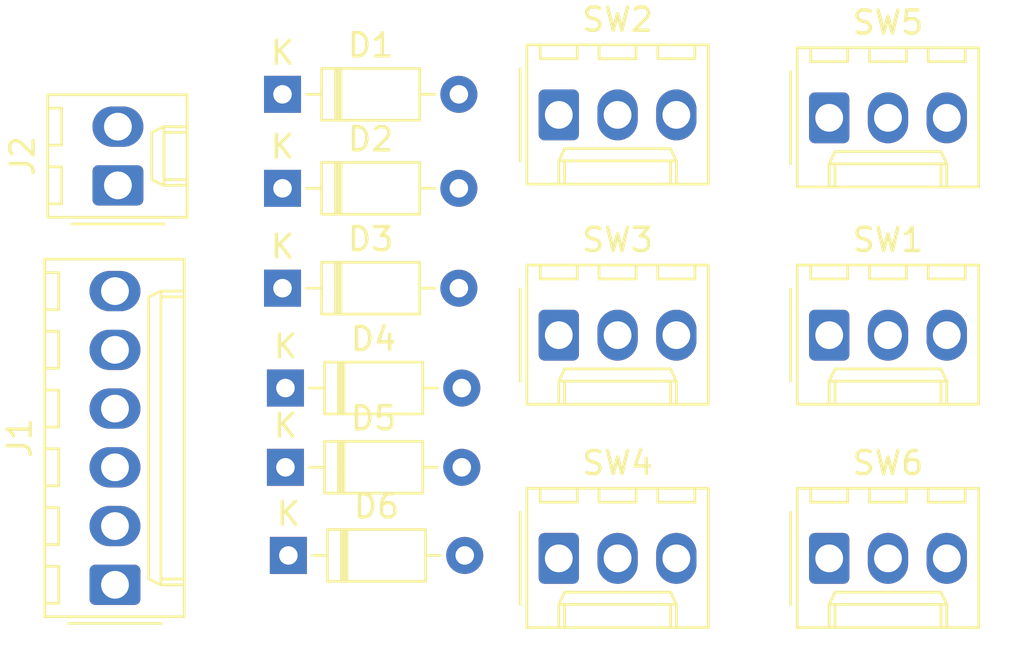
<source format=kicad_pcb>
(kicad_pcb (version 20171130) (host pcbnew "(5.1.5-0-10_14)")

  (general
    (thickness 1.6)
    (drawings 0)
    (tracks 0)
    (zones 0)
    (modules 14)
    (nets 15)
  )

  (page A4)
  (layers
    (0 F.Cu signal)
    (31 B.Cu signal)
    (32 B.Adhes user)
    (33 F.Adhes user)
    (34 B.Paste user)
    (35 F.Paste user)
    (36 B.SilkS user)
    (37 F.SilkS user)
    (38 B.Mask user)
    (39 F.Mask user)
    (40 Dwgs.User user)
    (41 Cmts.User user)
    (42 Eco1.User user)
    (43 Eco2.User user)
    (44 Edge.Cuts user)
    (45 Margin user)
    (46 B.CrtYd user)
    (47 F.CrtYd user)
    (48 B.Fab user)
    (49 F.Fab user)
  )

  (setup
    (last_trace_width 0.25)
    (trace_clearance 0.2)
    (zone_clearance 0.508)
    (zone_45_only no)
    (trace_min 0.2)
    (via_size 0.8)
    (via_drill 0.4)
    (via_min_size 0.4)
    (via_min_drill 0.3)
    (uvia_size 0.3)
    (uvia_drill 0.1)
    (uvias_allowed no)
    (uvia_min_size 0.2)
    (uvia_min_drill 0.1)
    (edge_width 0.05)
    (segment_width 0.2)
    (pcb_text_width 0.3)
    (pcb_text_size 1.5 1.5)
    (mod_edge_width 0.12)
    (mod_text_size 1 1)
    (mod_text_width 0.15)
    (pad_size 1.524 1.524)
    (pad_drill 0.762)
    (pad_to_mask_clearance 0.051)
    (solder_mask_min_width 0.25)
    (aux_axis_origin 0 0)
    (visible_elements FFFFFF7F)
    (pcbplotparams
      (layerselection 0x010fc_ffffffff)
      (usegerberextensions false)
      (usegerberattributes false)
      (usegerberadvancedattributes false)
      (creategerberjobfile false)
      (excludeedgelayer true)
      (linewidth 0.100000)
      (plotframeref false)
      (viasonmask false)
      (mode 1)
      (useauxorigin false)
      (hpglpennumber 1)
      (hpglpenspeed 20)
      (hpglpendiameter 15.000000)
      (psnegative false)
      (psa4output false)
      (plotreference true)
      (plotvalue true)
      (plotinvisibletext false)
      (padsonsilk false)
      (subtractmaskfromsilk false)
      (outputformat 1)
      (mirror false)
      (drillshape 1)
      (scaleselection 1)
      (outputdirectory ""))
  )

  (net 0 "")
  (net 1 "Net-(D1-Pad2)")
  (net 2 "Net-(D1-Pad1)")
  (net 3 "Net-(D2-Pad2)")
  (net 4 "Net-(D2-Pad1)")
  (net 5 "Net-(D3-Pad2)")
  (net 6 "Net-(D3-Pad1)")
  (net 7 "Net-(D4-Pad2)")
  (net 8 "Net-(D4-Pad1)")
  (net 9 "Net-(D5-Pad2)")
  (net 10 "Net-(D5-Pad1)")
  (net 11 "Net-(J2-Pad2)")
  (net 12 "Net-(J2-Pad1)")
  (net 13 "Net-(D6-Pad2)")
  (net 14 "Net-(D6-Pad1)")

  (net_class Default "This is the default net class."
    (clearance 0.2)
    (trace_width 0.25)
    (via_dia 0.8)
    (via_drill 0.4)
    (uvia_dia 0.3)
    (uvia_drill 0.1)
    (add_net "Net-(D1-Pad1)")
    (add_net "Net-(D1-Pad2)")
    (add_net "Net-(D2-Pad1)")
    (add_net "Net-(D2-Pad2)")
    (add_net "Net-(D3-Pad1)")
    (add_net "Net-(D3-Pad2)")
    (add_net "Net-(D4-Pad1)")
    (add_net "Net-(D4-Pad2)")
    (add_net "Net-(D5-Pad1)")
    (add_net "Net-(D5-Pad2)")
    (add_net "Net-(D6-Pad1)")
    (add_net "Net-(D6-Pad2)")
    (add_net "Net-(J2-Pad1)")
    (add_net "Net-(J2-Pad2)")
  )

  (module PT_Library_v001:Molex_1x03_P2.54mm_Vertical (layer F.Cu) (tedit 5B78013E) (tstamp 5FC40DFA)
    (at 191.262 92.075)
    (descr "Molex KK-254 Interconnect System, old/engineering part number: AE-6410-03A example for new part number: 22-27-2031, 3 Pins (http://www.molex.com/pdm_docs/sd/022272021_sd.pdf), generated with kicad-footprint-generator")
    (tags "connector Molex KK-254 side entry")
    (path /5FC45498)
    (fp_text reference SW6 (at 2.54 -4.12) (layer F.SilkS)
      (effects (font (size 1 1) (thickness 0.15)))
    )
    (fp_text value FIRE_TEST_SW (at 2.54 4.08) (layer F.Fab)
      (effects (font (size 1 1) (thickness 0.15)))
    )
    (fp_text user %R (at 2.54 -2.22) (layer F.Fab)
      (effects (font (size 1 1) (thickness 0.15)))
    )
    (fp_line (start 6.85 -3.42) (end -1.77 -3.42) (layer F.CrtYd) (width 0.05))
    (fp_line (start 6.85 3.38) (end 6.85 -3.42) (layer F.CrtYd) (width 0.05))
    (fp_line (start -1.77 3.38) (end 6.85 3.38) (layer F.CrtYd) (width 0.05))
    (fp_line (start -1.77 -3.42) (end -1.77 3.38) (layer F.CrtYd) (width 0.05))
    (fp_line (start 5.88 -2.43) (end 5.88 -3.03) (layer F.SilkS) (width 0.12))
    (fp_line (start 4.28 -2.43) (end 5.88 -2.43) (layer F.SilkS) (width 0.12))
    (fp_line (start 4.28 -3.03) (end 4.28 -2.43) (layer F.SilkS) (width 0.12))
    (fp_line (start 3.34 -2.43) (end 3.34 -3.03) (layer F.SilkS) (width 0.12))
    (fp_line (start 1.74 -2.43) (end 3.34 -2.43) (layer F.SilkS) (width 0.12))
    (fp_line (start 1.74 -3.03) (end 1.74 -2.43) (layer F.SilkS) (width 0.12))
    (fp_line (start 0.8 -2.43) (end 0.8 -3.03) (layer F.SilkS) (width 0.12))
    (fp_line (start -0.8 -2.43) (end 0.8 -2.43) (layer F.SilkS) (width 0.12))
    (fp_line (start -0.8 -3.03) (end -0.8 -2.43) (layer F.SilkS) (width 0.12))
    (fp_line (start 4.83 2.99) (end 4.83 1.99) (layer F.SilkS) (width 0.12))
    (fp_line (start 0.25 2.99) (end 0.25 1.99) (layer F.SilkS) (width 0.12))
    (fp_line (start 4.83 1.46) (end 5.08 1.99) (layer F.SilkS) (width 0.12))
    (fp_line (start 0.25 1.46) (end 4.83 1.46) (layer F.SilkS) (width 0.12))
    (fp_line (start 0 1.99) (end 0.25 1.46) (layer F.SilkS) (width 0.12))
    (fp_line (start 5.08 1.99) (end 5.08 2.99) (layer F.SilkS) (width 0.12))
    (fp_line (start 0 1.99) (end 5.08 1.99) (layer F.SilkS) (width 0.12))
    (fp_line (start 0 2.99) (end 0 1.99) (layer F.SilkS) (width 0.12))
    (fp_line (start -0.562893 0) (end -1.27 0.5) (layer F.Fab) (width 0.1))
    (fp_line (start -1.27 -0.5) (end -0.562893 0) (layer F.Fab) (width 0.1))
    (fp_line (start -1.67 -2) (end -1.67 2) (layer F.SilkS) (width 0.12))
    (fp_line (start 6.46 -3.03) (end -1.38 -3.03) (layer F.SilkS) (width 0.12))
    (fp_line (start 6.46 2.99) (end 6.46 -3.03) (layer F.SilkS) (width 0.12))
    (fp_line (start -1.38 2.99) (end 6.46 2.99) (layer F.SilkS) (width 0.12))
    (fp_line (start -1.38 -3.03) (end -1.38 2.99) (layer F.SilkS) (width 0.12))
    (fp_line (start 6.35 -2.92) (end -1.27 -2.92) (layer F.Fab) (width 0.1))
    (fp_line (start 6.35 2.88) (end 6.35 -2.92) (layer F.Fab) (width 0.1))
    (fp_line (start -1.27 2.88) (end 6.35 2.88) (layer F.Fab) (width 0.1))
    (fp_line (start -1.27 -2.92) (end -1.27 2.88) (layer F.Fab) (width 0.1))
    (pad 3 thru_hole oval (at 5.08 0) (size 1.74 2.2) (drill 1.2) (layers *.Cu *.Mask)
      (net 11 "Net-(J2-Pad2)"))
    (pad 2 thru_hole oval (at 2.54 0) (size 1.74 2.2) (drill 1.2) (layers *.Cu *.Mask)
      (net 14 "Net-(D6-Pad1)"))
    (pad 1 thru_hole roundrect (at 0 0) (size 1.74 2.2) (drill 1.2) (layers *.Cu *.Mask) (roundrect_rratio 0.143678)
      (net 12 "Net-(J2-Pad1)"))
    (model ${KISYS3DMOD}/Connector_Molex.3dshapes/Molex_KK-254_AE-6410-03A_1x03_P2.54mm_Vertical.wrl
      (at (xyz 0 0 0))
      (scale (xyz 1 1 1))
      (rotate (xyz 0 0 0))
    )
  )

  (module PT_Library_v001:D_Signal_P7.62mm_Horizontal (layer F.Cu) (tedit 5AE50CD5) (tstamp 5FC40BA0)
    (at 167.894 91.948)
    (descr "Diode, DO-35_SOD27 series, Axial, Horizontal, pin pitch=7.62mm, , length*diameter=4*2mm^2, , http://www.diodes.com/_files/packages/DO-35.pdf")
    (tags "Diode DO-35_SOD27 series Axial Horizontal pin pitch 7.62mm  length 4mm diameter 2mm")
    (path /5FC41734)
    (fp_text reference D6 (at 3.81 -2.12) (layer F.SilkS)
      (effects (font (size 1 1) (thickness 0.15)))
    )
    (fp_text value D (at 3.81 2.12) (layer F.Fab)
      (effects (font (size 1 1) (thickness 0.15)))
    )
    (fp_text user K (at 0 -1.8) (layer F.SilkS)
      (effects (font (size 1 1) (thickness 0.15)))
    )
    (fp_text user K (at 0 -1.8) (layer F.Fab)
      (effects (font (size 1 1) (thickness 0.15)))
    )
    (fp_text user %R (at 4.11 0) (layer F.Fab)
      (effects (font (size 0.8 0.8) (thickness 0.12)))
    )
    (fp_line (start 8.67 -1.25) (end -1.05 -1.25) (layer F.CrtYd) (width 0.05))
    (fp_line (start 8.67 1.25) (end 8.67 -1.25) (layer F.CrtYd) (width 0.05))
    (fp_line (start -1.05 1.25) (end 8.67 1.25) (layer F.CrtYd) (width 0.05))
    (fp_line (start -1.05 -1.25) (end -1.05 1.25) (layer F.CrtYd) (width 0.05))
    (fp_line (start 2.29 -1.12) (end 2.29 1.12) (layer F.SilkS) (width 0.12))
    (fp_line (start 2.53 -1.12) (end 2.53 1.12) (layer F.SilkS) (width 0.12))
    (fp_line (start 2.41 -1.12) (end 2.41 1.12) (layer F.SilkS) (width 0.12))
    (fp_line (start 6.58 0) (end 5.93 0) (layer F.SilkS) (width 0.12))
    (fp_line (start 1.04 0) (end 1.69 0) (layer F.SilkS) (width 0.12))
    (fp_line (start 5.93 -1.12) (end 1.69 -1.12) (layer F.SilkS) (width 0.12))
    (fp_line (start 5.93 1.12) (end 5.93 -1.12) (layer F.SilkS) (width 0.12))
    (fp_line (start 1.69 1.12) (end 5.93 1.12) (layer F.SilkS) (width 0.12))
    (fp_line (start 1.69 -1.12) (end 1.69 1.12) (layer F.SilkS) (width 0.12))
    (fp_line (start 2.31 -1) (end 2.31 1) (layer F.Fab) (width 0.1))
    (fp_line (start 2.51 -1) (end 2.51 1) (layer F.Fab) (width 0.1))
    (fp_line (start 2.41 -1) (end 2.41 1) (layer F.Fab) (width 0.1))
    (fp_line (start 7.62 0) (end 5.81 0) (layer F.Fab) (width 0.1))
    (fp_line (start 0 0) (end 1.81 0) (layer F.Fab) (width 0.1))
    (fp_line (start 5.81 -1) (end 1.81 -1) (layer F.Fab) (width 0.1))
    (fp_line (start 5.81 1) (end 5.81 -1) (layer F.Fab) (width 0.1))
    (fp_line (start 1.81 1) (end 5.81 1) (layer F.Fab) (width 0.1))
    (fp_line (start 1.81 -1) (end 1.81 1) (layer F.Fab) (width 0.1))
    (pad 2 thru_hole oval (at 7.62 0) (size 1.6 1.6) (drill 0.8) (layers *.Cu *.Mask)
      (net 13 "Net-(D6-Pad2)"))
    (pad 1 thru_hole rect (at 0 0) (size 1.6 1.6) (drill 0.8) (layers *.Cu *.Mask)
      (net 14 "Net-(D6-Pad1)"))
    (model ${KISYS3DMOD}/Diode_THT.3dshapes/D_DO-35_SOD27_P7.62mm_Horizontal.wrl
      (at (xyz 0 0 0))
      (scale (xyz 1 1 1))
      (rotate (xyz 0 0 0))
    )
  )

  (module PT_Library_v001:Molex_1x03_P2.54mm_Vertical (layer F.Cu) (tedit 5B78013E) (tstamp 5FC240CD)
    (at 191.262 73.025)
    (descr "Molex KK-254 Interconnect System, old/engineering part number: AE-6410-03A example for new part number: 22-27-2031, 3 Pins (http://www.molex.com/pdm_docs/sd/022272021_sd.pdf), generated with kicad-footprint-generator")
    (tags "connector Molex KK-254 side entry")
    (path /5FC2026F)
    (fp_text reference SW5 (at 2.54 -4.12) (layer F.SilkS)
      (effects (font (size 1 1) (thickness 0.15)))
    )
    (fp_text value GND_PWR_4_SW (at 2.54 4.08) (layer F.Fab)
      (effects (font (size 1 1) (thickness 0.15)))
    )
    (fp_text user %R (at 2.54 -2.22) (layer F.Fab)
      (effects (font (size 1 1) (thickness 0.15)))
    )
    (fp_line (start 6.85 -3.42) (end -1.77 -3.42) (layer F.CrtYd) (width 0.05))
    (fp_line (start 6.85 3.38) (end 6.85 -3.42) (layer F.CrtYd) (width 0.05))
    (fp_line (start -1.77 3.38) (end 6.85 3.38) (layer F.CrtYd) (width 0.05))
    (fp_line (start -1.77 -3.42) (end -1.77 3.38) (layer F.CrtYd) (width 0.05))
    (fp_line (start 5.88 -2.43) (end 5.88 -3.03) (layer F.SilkS) (width 0.12))
    (fp_line (start 4.28 -2.43) (end 5.88 -2.43) (layer F.SilkS) (width 0.12))
    (fp_line (start 4.28 -3.03) (end 4.28 -2.43) (layer F.SilkS) (width 0.12))
    (fp_line (start 3.34 -2.43) (end 3.34 -3.03) (layer F.SilkS) (width 0.12))
    (fp_line (start 1.74 -2.43) (end 3.34 -2.43) (layer F.SilkS) (width 0.12))
    (fp_line (start 1.74 -3.03) (end 1.74 -2.43) (layer F.SilkS) (width 0.12))
    (fp_line (start 0.8 -2.43) (end 0.8 -3.03) (layer F.SilkS) (width 0.12))
    (fp_line (start -0.8 -2.43) (end 0.8 -2.43) (layer F.SilkS) (width 0.12))
    (fp_line (start -0.8 -3.03) (end -0.8 -2.43) (layer F.SilkS) (width 0.12))
    (fp_line (start 4.83 2.99) (end 4.83 1.99) (layer F.SilkS) (width 0.12))
    (fp_line (start 0.25 2.99) (end 0.25 1.99) (layer F.SilkS) (width 0.12))
    (fp_line (start 4.83 1.46) (end 5.08 1.99) (layer F.SilkS) (width 0.12))
    (fp_line (start 0.25 1.46) (end 4.83 1.46) (layer F.SilkS) (width 0.12))
    (fp_line (start 0 1.99) (end 0.25 1.46) (layer F.SilkS) (width 0.12))
    (fp_line (start 5.08 1.99) (end 5.08 2.99) (layer F.SilkS) (width 0.12))
    (fp_line (start 0 1.99) (end 5.08 1.99) (layer F.SilkS) (width 0.12))
    (fp_line (start 0 2.99) (end 0 1.99) (layer F.SilkS) (width 0.12))
    (fp_line (start -0.562893 0) (end -1.27 0.5) (layer F.Fab) (width 0.1))
    (fp_line (start -1.27 -0.5) (end -0.562893 0) (layer F.Fab) (width 0.1))
    (fp_line (start -1.67 -2) (end -1.67 2) (layer F.SilkS) (width 0.12))
    (fp_line (start 6.46 -3.03) (end -1.38 -3.03) (layer F.SilkS) (width 0.12))
    (fp_line (start 6.46 2.99) (end 6.46 -3.03) (layer F.SilkS) (width 0.12))
    (fp_line (start -1.38 2.99) (end 6.46 2.99) (layer F.SilkS) (width 0.12))
    (fp_line (start -1.38 -3.03) (end -1.38 2.99) (layer F.SilkS) (width 0.12))
    (fp_line (start 6.35 -2.92) (end -1.27 -2.92) (layer F.Fab) (width 0.1))
    (fp_line (start 6.35 2.88) (end 6.35 -2.92) (layer F.Fab) (width 0.1))
    (fp_line (start -1.27 2.88) (end 6.35 2.88) (layer F.Fab) (width 0.1))
    (fp_line (start -1.27 -2.92) (end -1.27 2.88) (layer F.Fab) (width 0.1))
    (pad 3 thru_hole oval (at 5.08 0) (size 1.74 2.2) (drill 1.2) (layers *.Cu *.Mask)
      (net 11 "Net-(J2-Pad2)"))
    (pad 2 thru_hole oval (at 2.54 0) (size 1.74 2.2) (drill 1.2) (layers *.Cu *.Mask)
      (net 10 "Net-(D5-Pad1)"))
    (pad 1 thru_hole roundrect (at 0 0) (size 1.74 2.2) (drill 1.2) (layers *.Cu *.Mask) (roundrect_rratio 0.143678)
      (net 12 "Net-(J2-Pad1)"))
    (model ${KISYS3DMOD}/Connector_Molex.3dshapes/Molex_KK-254_AE-6410-03A_1x03_P2.54mm_Vertical.wrl
      (at (xyz 0 0 0))
      (scale (xyz 1 1 1))
      (rotate (xyz 0 0 0))
    )
  )

  (module PT_Library_v001:Molex_1x03_P2.54mm_Vertical (layer F.Cu) (tedit 5B78013E) (tstamp 5FC240A5)
    (at 179.578 92.075)
    (descr "Molex KK-254 Interconnect System, old/engineering part number: AE-6410-03A example for new part number: 22-27-2031, 3 Pins (http://www.molex.com/pdm_docs/sd/022272021_sd.pdf), generated with kicad-footprint-generator")
    (tags "connector Molex KK-254 side entry")
    (path /5FC1FDBB)
    (fp_text reference SW4 (at 2.54 -4.12) (layer F.SilkS)
      (effects (font (size 1 1) (thickness 0.15)))
    )
    (fp_text value GND_PWR_3_SW (at 2.54 4.08) (layer F.Fab)
      (effects (font (size 1 1) (thickness 0.15)))
    )
    (fp_text user %R (at 2.54 -2.22) (layer F.Fab)
      (effects (font (size 1 1) (thickness 0.15)))
    )
    (fp_line (start 6.85 -3.42) (end -1.77 -3.42) (layer F.CrtYd) (width 0.05))
    (fp_line (start 6.85 3.38) (end 6.85 -3.42) (layer F.CrtYd) (width 0.05))
    (fp_line (start -1.77 3.38) (end 6.85 3.38) (layer F.CrtYd) (width 0.05))
    (fp_line (start -1.77 -3.42) (end -1.77 3.38) (layer F.CrtYd) (width 0.05))
    (fp_line (start 5.88 -2.43) (end 5.88 -3.03) (layer F.SilkS) (width 0.12))
    (fp_line (start 4.28 -2.43) (end 5.88 -2.43) (layer F.SilkS) (width 0.12))
    (fp_line (start 4.28 -3.03) (end 4.28 -2.43) (layer F.SilkS) (width 0.12))
    (fp_line (start 3.34 -2.43) (end 3.34 -3.03) (layer F.SilkS) (width 0.12))
    (fp_line (start 1.74 -2.43) (end 3.34 -2.43) (layer F.SilkS) (width 0.12))
    (fp_line (start 1.74 -3.03) (end 1.74 -2.43) (layer F.SilkS) (width 0.12))
    (fp_line (start 0.8 -2.43) (end 0.8 -3.03) (layer F.SilkS) (width 0.12))
    (fp_line (start -0.8 -2.43) (end 0.8 -2.43) (layer F.SilkS) (width 0.12))
    (fp_line (start -0.8 -3.03) (end -0.8 -2.43) (layer F.SilkS) (width 0.12))
    (fp_line (start 4.83 2.99) (end 4.83 1.99) (layer F.SilkS) (width 0.12))
    (fp_line (start 0.25 2.99) (end 0.25 1.99) (layer F.SilkS) (width 0.12))
    (fp_line (start 4.83 1.46) (end 5.08 1.99) (layer F.SilkS) (width 0.12))
    (fp_line (start 0.25 1.46) (end 4.83 1.46) (layer F.SilkS) (width 0.12))
    (fp_line (start 0 1.99) (end 0.25 1.46) (layer F.SilkS) (width 0.12))
    (fp_line (start 5.08 1.99) (end 5.08 2.99) (layer F.SilkS) (width 0.12))
    (fp_line (start 0 1.99) (end 5.08 1.99) (layer F.SilkS) (width 0.12))
    (fp_line (start 0 2.99) (end 0 1.99) (layer F.SilkS) (width 0.12))
    (fp_line (start -0.562893 0) (end -1.27 0.5) (layer F.Fab) (width 0.1))
    (fp_line (start -1.27 -0.5) (end -0.562893 0) (layer F.Fab) (width 0.1))
    (fp_line (start -1.67 -2) (end -1.67 2) (layer F.SilkS) (width 0.12))
    (fp_line (start 6.46 -3.03) (end -1.38 -3.03) (layer F.SilkS) (width 0.12))
    (fp_line (start 6.46 2.99) (end 6.46 -3.03) (layer F.SilkS) (width 0.12))
    (fp_line (start -1.38 2.99) (end 6.46 2.99) (layer F.SilkS) (width 0.12))
    (fp_line (start -1.38 -3.03) (end -1.38 2.99) (layer F.SilkS) (width 0.12))
    (fp_line (start 6.35 -2.92) (end -1.27 -2.92) (layer F.Fab) (width 0.1))
    (fp_line (start 6.35 2.88) (end 6.35 -2.92) (layer F.Fab) (width 0.1))
    (fp_line (start -1.27 2.88) (end 6.35 2.88) (layer F.Fab) (width 0.1))
    (fp_line (start -1.27 -2.92) (end -1.27 2.88) (layer F.Fab) (width 0.1))
    (pad 3 thru_hole oval (at 5.08 0) (size 1.74 2.2) (drill 1.2) (layers *.Cu *.Mask)
      (net 11 "Net-(J2-Pad2)"))
    (pad 2 thru_hole oval (at 2.54 0) (size 1.74 2.2) (drill 1.2) (layers *.Cu *.Mask)
      (net 8 "Net-(D4-Pad1)"))
    (pad 1 thru_hole roundrect (at 0 0) (size 1.74 2.2) (drill 1.2) (layers *.Cu *.Mask) (roundrect_rratio 0.143678)
      (net 12 "Net-(J2-Pad1)"))
    (model ${KISYS3DMOD}/Connector_Molex.3dshapes/Molex_KK-254_AE-6410-03A_1x03_P2.54mm_Vertical.wrl
      (at (xyz 0 0 0))
      (scale (xyz 1 1 1))
      (rotate (xyz 0 0 0))
    )
  )

  (module PT_Library_v001:Molex_1x03_P2.54mm_Vertical (layer F.Cu) (tedit 5B78013E) (tstamp 5FC2407D)
    (at 179.578 82.423)
    (descr "Molex KK-254 Interconnect System, old/engineering part number: AE-6410-03A example for new part number: 22-27-2031, 3 Pins (http://www.molex.com/pdm_docs/sd/022272021_sd.pdf), generated with kicad-footprint-generator")
    (tags "connector Molex KK-254 side entry")
    (path /5FC1F8C5)
    (fp_text reference SW3 (at 2.54 -4.12) (layer F.SilkS)
      (effects (font (size 1 1) (thickness 0.15)))
    )
    (fp_text value GND_PWR_2_SW (at 2.54 4.08) (layer F.Fab)
      (effects (font (size 1 1) (thickness 0.15)))
    )
    (fp_text user %R (at 2.54 -2.22) (layer F.Fab)
      (effects (font (size 1 1) (thickness 0.15)))
    )
    (fp_line (start 6.85 -3.42) (end -1.77 -3.42) (layer F.CrtYd) (width 0.05))
    (fp_line (start 6.85 3.38) (end 6.85 -3.42) (layer F.CrtYd) (width 0.05))
    (fp_line (start -1.77 3.38) (end 6.85 3.38) (layer F.CrtYd) (width 0.05))
    (fp_line (start -1.77 -3.42) (end -1.77 3.38) (layer F.CrtYd) (width 0.05))
    (fp_line (start 5.88 -2.43) (end 5.88 -3.03) (layer F.SilkS) (width 0.12))
    (fp_line (start 4.28 -2.43) (end 5.88 -2.43) (layer F.SilkS) (width 0.12))
    (fp_line (start 4.28 -3.03) (end 4.28 -2.43) (layer F.SilkS) (width 0.12))
    (fp_line (start 3.34 -2.43) (end 3.34 -3.03) (layer F.SilkS) (width 0.12))
    (fp_line (start 1.74 -2.43) (end 3.34 -2.43) (layer F.SilkS) (width 0.12))
    (fp_line (start 1.74 -3.03) (end 1.74 -2.43) (layer F.SilkS) (width 0.12))
    (fp_line (start 0.8 -2.43) (end 0.8 -3.03) (layer F.SilkS) (width 0.12))
    (fp_line (start -0.8 -2.43) (end 0.8 -2.43) (layer F.SilkS) (width 0.12))
    (fp_line (start -0.8 -3.03) (end -0.8 -2.43) (layer F.SilkS) (width 0.12))
    (fp_line (start 4.83 2.99) (end 4.83 1.99) (layer F.SilkS) (width 0.12))
    (fp_line (start 0.25 2.99) (end 0.25 1.99) (layer F.SilkS) (width 0.12))
    (fp_line (start 4.83 1.46) (end 5.08 1.99) (layer F.SilkS) (width 0.12))
    (fp_line (start 0.25 1.46) (end 4.83 1.46) (layer F.SilkS) (width 0.12))
    (fp_line (start 0 1.99) (end 0.25 1.46) (layer F.SilkS) (width 0.12))
    (fp_line (start 5.08 1.99) (end 5.08 2.99) (layer F.SilkS) (width 0.12))
    (fp_line (start 0 1.99) (end 5.08 1.99) (layer F.SilkS) (width 0.12))
    (fp_line (start 0 2.99) (end 0 1.99) (layer F.SilkS) (width 0.12))
    (fp_line (start -0.562893 0) (end -1.27 0.5) (layer F.Fab) (width 0.1))
    (fp_line (start -1.27 -0.5) (end -0.562893 0) (layer F.Fab) (width 0.1))
    (fp_line (start -1.67 -2) (end -1.67 2) (layer F.SilkS) (width 0.12))
    (fp_line (start 6.46 -3.03) (end -1.38 -3.03) (layer F.SilkS) (width 0.12))
    (fp_line (start 6.46 2.99) (end 6.46 -3.03) (layer F.SilkS) (width 0.12))
    (fp_line (start -1.38 2.99) (end 6.46 2.99) (layer F.SilkS) (width 0.12))
    (fp_line (start -1.38 -3.03) (end -1.38 2.99) (layer F.SilkS) (width 0.12))
    (fp_line (start 6.35 -2.92) (end -1.27 -2.92) (layer F.Fab) (width 0.1))
    (fp_line (start 6.35 2.88) (end 6.35 -2.92) (layer F.Fab) (width 0.1))
    (fp_line (start -1.27 2.88) (end 6.35 2.88) (layer F.Fab) (width 0.1))
    (fp_line (start -1.27 -2.92) (end -1.27 2.88) (layer F.Fab) (width 0.1))
    (pad 3 thru_hole oval (at 5.08 0) (size 1.74 2.2) (drill 1.2) (layers *.Cu *.Mask)
      (net 11 "Net-(J2-Pad2)"))
    (pad 2 thru_hole oval (at 2.54 0) (size 1.74 2.2) (drill 1.2) (layers *.Cu *.Mask)
      (net 6 "Net-(D3-Pad1)"))
    (pad 1 thru_hole roundrect (at 0 0) (size 1.74 2.2) (drill 1.2) (layers *.Cu *.Mask) (roundrect_rratio 0.143678)
      (net 12 "Net-(J2-Pad1)"))
    (model ${KISYS3DMOD}/Connector_Molex.3dshapes/Molex_KK-254_AE-6410-03A_1x03_P2.54mm_Vertical.wrl
      (at (xyz 0 0 0))
      (scale (xyz 1 1 1))
      (rotate (xyz 0 0 0))
    )
  )

  (module PT_Library_v001:Molex_1x03_P2.54mm_Vertical (layer F.Cu) (tedit 5B78013E) (tstamp 5FC40EB7)
    (at 179.578 72.898)
    (descr "Molex KK-254 Interconnect System, old/engineering part number: AE-6410-03A example for new part number: 22-27-2031, 3 Pins (http://www.molex.com/pdm_docs/sd/022272021_sd.pdf), generated with kicad-footprint-generator")
    (tags "connector Molex KK-254 side entry")
    (path /5FC1F2B4)
    (fp_text reference SW2 (at 2.54 -4.12) (layer F.SilkS)
      (effects (font (size 1 1) (thickness 0.15)))
    )
    (fp_text value GND_PWR_1_SW (at 2.54 4.08) (layer F.Fab)
      (effects (font (size 1 1) (thickness 0.15)))
    )
    (fp_text user %R (at 2.54 -2.22) (layer F.Fab)
      (effects (font (size 1 1) (thickness 0.15)))
    )
    (fp_line (start 6.85 -3.42) (end -1.77 -3.42) (layer F.CrtYd) (width 0.05))
    (fp_line (start 6.85 3.38) (end 6.85 -3.42) (layer F.CrtYd) (width 0.05))
    (fp_line (start -1.77 3.38) (end 6.85 3.38) (layer F.CrtYd) (width 0.05))
    (fp_line (start -1.77 -3.42) (end -1.77 3.38) (layer F.CrtYd) (width 0.05))
    (fp_line (start 5.88 -2.43) (end 5.88 -3.03) (layer F.SilkS) (width 0.12))
    (fp_line (start 4.28 -2.43) (end 5.88 -2.43) (layer F.SilkS) (width 0.12))
    (fp_line (start 4.28 -3.03) (end 4.28 -2.43) (layer F.SilkS) (width 0.12))
    (fp_line (start 3.34 -2.43) (end 3.34 -3.03) (layer F.SilkS) (width 0.12))
    (fp_line (start 1.74 -2.43) (end 3.34 -2.43) (layer F.SilkS) (width 0.12))
    (fp_line (start 1.74 -3.03) (end 1.74 -2.43) (layer F.SilkS) (width 0.12))
    (fp_line (start 0.8 -2.43) (end 0.8 -3.03) (layer F.SilkS) (width 0.12))
    (fp_line (start -0.8 -2.43) (end 0.8 -2.43) (layer F.SilkS) (width 0.12))
    (fp_line (start -0.8 -3.03) (end -0.8 -2.43) (layer F.SilkS) (width 0.12))
    (fp_line (start 4.83 2.99) (end 4.83 1.99) (layer F.SilkS) (width 0.12))
    (fp_line (start 0.25 2.99) (end 0.25 1.99) (layer F.SilkS) (width 0.12))
    (fp_line (start 4.83 1.46) (end 5.08 1.99) (layer F.SilkS) (width 0.12))
    (fp_line (start 0.25 1.46) (end 4.83 1.46) (layer F.SilkS) (width 0.12))
    (fp_line (start 0 1.99) (end 0.25 1.46) (layer F.SilkS) (width 0.12))
    (fp_line (start 5.08 1.99) (end 5.08 2.99) (layer F.SilkS) (width 0.12))
    (fp_line (start 0 1.99) (end 5.08 1.99) (layer F.SilkS) (width 0.12))
    (fp_line (start 0 2.99) (end 0 1.99) (layer F.SilkS) (width 0.12))
    (fp_line (start -0.562893 0) (end -1.27 0.5) (layer F.Fab) (width 0.1))
    (fp_line (start -1.27 -0.5) (end -0.562893 0) (layer F.Fab) (width 0.1))
    (fp_line (start -1.67 -2) (end -1.67 2) (layer F.SilkS) (width 0.12))
    (fp_line (start 6.46 -3.03) (end -1.38 -3.03) (layer F.SilkS) (width 0.12))
    (fp_line (start 6.46 2.99) (end 6.46 -3.03) (layer F.SilkS) (width 0.12))
    (fp_line (start -1.38 2.99) (end 6.46 2.99) (layer F.SilkS) (width 0.12))
    (fp_line (start -1.38 -3.03) (end -1.38 2.99) (layer F.SilkS) (width 0.12))
    (fp_line (start 6.35 -2.92) (end -1.27 -2.92) (layer F.Fab) (width 0.1))
    (fp_line (start 6.35 2.88) (end 6.35 -2.92) (layer F.Fab) (width 0.1))
    (fp_line (start -1.27 2.88) (end 6.35 2.88) (layer F.Fab) (width 0.1))
    (fp_line (start -1.27 -2.92) (end -1.27 2.88) (layer F.Fab) (width 0.1))
    (pad 3 thru_hole oval (at 5.08 0) (size 1.74 2.2) (drill 1.2) (layers *.Cu *.Mask)
      (net 11 "Net-(J2-Pad2)"))
    (pad 2 thru_hole oval (at 2.54 0) (size 1.74 2.2) (drill 1.2) (layers *.Cu *.Mask)
      (net 4 "Net-(D2-Pad1)"))
    (pad 1 thru_hole roundrect (at 0 0) (size 1.74 2.2) (drill 1.2) (layers *.Cu *.Mask) (roundrect_rratio 0.143678)
      (net 12 "Net-(J2-Pad1)"))
    (model ${KISYS3DMOD}/Connector_Molex.3dshapes/Molex_KK-254_AE-6410-03A_1x03_P2.54mm_Vertical.wrl
      (at (xyz 0 0 0))
      (scale (xyz 1 1 1))
      (rotate (xyz 0 0 0))
    )
  )

  (module PT_Library_v001:Molex_1x03_P2.54mm_Vertical (layer F.Cu) (tedit 5B78013E) (tstamp 5FC2402D)
    (at 191.262 82.423)
    (descr "Molex KK-254 Interconnect System, old/engineering part number: AE-6410-03A example for new part number: 22-27-2031, 3 Pins (http://www.molex.com/pdm_docs/sd/022272021_sd.pdf), generated with kicad-footprint-generator")
    (tags "connector Molex KK-254 side entry")
    (path /5FC1E955)
    (fp_text reference SW1 (at 2.54 -4.12) (layer F.SilkS)
      (effects (font (size 1 1) (thickness 0.15)))
    )
    (fp_text value EXT_PWR_SW (at 2.54 4.08) (layer F.Fab)
      (effects (font (size 1 1) (thickness 0.15)))
    )
    (fp_text user %R (at 2.54 -2.22) (layer F.Fab)
      (effects (font (size 1 1) (thickness 0.15)))
    )
    (fp_line (start 6.85 -3.42) (end -1.77 -3.42) (layer F.CrtYd) (width 0.05))
    (fp_line (start 6.85 3.38) (end 6.85 -3.42) (layer F.CrtYd) (width 0.05))
    (fp_line (start -1.77 3.38) (end 6.85 3.38) (layer F.CrtYd) (width 0.05))
    (fp_line (start -1.77 -3.42) (end -1.77 3.38) (layer F.CrtYd) (width 0.05))
    (fp_line (start 5.88 -2.43) (end 5.88 -3.03) (layer F.SilkS) (width 0.12))
    (fp_line (start 4.28 -2.43) (end 5.88 -2.43) (layer F.SilkS) (width 0.12))
    (fp_line (start 4.28 -3.03) (end 4.28 -2.43) (layer F.SilkS) (width 0.12))
    (fp_line (start 3.34 -2.43) (end 3.34 -3.03) (layer F.SilkS) (width 0.12))
    (fp_line (start 1.74 -2.43) (end 3.34 -2.43) (layer F.SilkS) (width 0.12))
    (fp_line (start 1.74 -3.03) (end 1.74 -2.43) (layer F.SilkS) (width 0.12))
    (fp_line (start 0.8 -2.43) (end 0.8 -3.03) (layer F.SilkS) (width 0.12))
    (fp_line (start -0.8 -2.43) (end 0.8 -2.43) (layer F.SilkS) (width 0.12))
    (fp_line (start -0.8 -3.03) (end -0.8 -2.43) (layer F.SilkS) (width 0.12))
    (fp_line (start 4.83 2.99) (end 4.83 1.99) (layer F.SilkS) (width 0.12))
    (fp_line (start 0.25 2.99) (end 0.25 1.99) (layer F.SilkS) (width 0.12))
    (fp_line (start 4.83 1.46) (end 5.08 1.99) (layer F.SilkS) (width 0.12))
    (fp_line (start 0.25 1.46) (end 4.83 1.46) (layer F.SilkS) (width 0.12))
    (fp_line (start 0 1.99) (end 0.25 1.46) (layer F.SilkS) (width 0.12))
    (fp_line (start 5.08 1.99) (end 5.08 2.99) (layer F.SilkS) (width 0.12))
    (fp_line (start 0 1.99) (end 5.08 1.99) (layer F.SilkS) (width 0.12))
    (fp_line (start 0 2.99) (end 0 1.99) (layer F.SilkS) (width 0.12))
    (fp_line (start -0.562893 0) (end -1.27 0.5) (layer F.Fab) (width 0.1))
    (fp_line (start -1.27 -0.5) (end -0.562893 0) (layer F.Fab) (width 0.1))
    (fp_line (start -1.67 -2) (end -1.67 2) (layer F.SilkS) (width 0.12))
    (fp_line (start 6.46 -3.03) (end -1.38 -3.03) (layer F.SilkS) (width 0.12))
    (fp_line (start 6.46 2.99) (end 6.46 -3.03) (layer F.SilkS) (width 0.12))
    (fp_line (start -1.38 2.99) (end 6.46 2.99) (layer F.SilkS) (width 0.12))
    (fp_line (start -1.38 -3.03) (end -1.38 2.99) (layer F.SilkS) (width 0.12))
    (fp_line (start 6.35 -2.92) (end -1.27 -2.92) (layer F.Fab) (width 0.1))
    (fp_line (start 6.35 2.88) (end 6.35 -2.92) (layer F.Fab) (width 0.1))
    (fp_line (start -1.27 2.88) (end 6.35 2.88) (layer F.Fab) (width 0.1))
    (fp_line (start -1.27 -2.92) (end -1.27 2.88) (layer F.Fab) (width 0.1))
    (pad 3 thru_hole oval (at 5.08 0) (size 1.74 2.2) (drill 1.2) (layers *.Cu *.Mask)
      (net 11 "Net-(J2-Pad2)"))
    (pad 2 thru_hole oval (at 2.54 0) (size 1.74 2.2) (drill 1.2) (layers *.Cu *.Mask)
      (net 2 "Net-(D1-Pad1)"))
    (pad 1 thru_hole roundrect (at 0 0) (size 1.74 2.2) (drill 1.2) (layers *.Cu *.Mask) (roundrect_rratio 0.143678)
      (net 12 "Net-(J2-Pad1)"))
    (model ${KISYS3DMOD}/Connector_Molex.3dshapes/Molex_KK-254_AE-6410-03A_1x03_P2.54mm_Vertical.wrl
      (at (xyz 0 0 0))
      (scale (xyz 1 1 1))
      (rotate (xyz 0 0 0))
    )
  )

  (module PT_Library_v001:Molex_1x02_P2.54mm_Vertical (layer F.Cu) (tedit 5B78013E) (tstamp 5FC24005)
    (at 160.528 75.946 90)
    (descr "Molex KK-254 Interconnect System, old/engineering part number: AE-6410-02A example for new part number: 22-27-2021, 2 Pins (http://www.molex.com/pdm_docs/sd/022272021_sd.pdf), generated with kicad-footprint-generator")
    (tags "connector Molex KK-254 side entry")
    (path /5FC37DA5)
    (fp_text reference J2 (at 1.27 -4.12 90) (layer F.SilkS)
      (effects (font (size 1 1) (thickness 0.15)))
    )
    (fp_text value "Input Rows" (at 1.27 4.08 90) (layer F.Fab)
      (effects (font (size 1 1) (thickness 0.15)))
    )
    (fp_text user %R (at 1.27 -2.22 90) (layer F.Fab)
      (effects (font (size 1 1) (thickness 0.15)))
    )
    (fp_line (start 4.31 -3.42) (end -1.77 -3.42) (layer F.CrtYd) (width 0.05))
    (fp_line (start 4.31 3.38) (end 4.31 -3.42) (layer F.CrtYd) (width 0.05))
    (fp_line (start -1.77 3.38) (end 4.31 3.38) (layer F.CrtYd) (width 0.05))
    (fp_line (start -1.77 -3.42) (end -1.77 3.38) (layer F.CrtYd) (width 0.05))
    (fp_line (start 3.34 -2.43) (end 3.34 -3.03) (layer F.SilkS) (width 0.12))
    (fp_line (start 1.74 -2.43) (end 3.34 -2.43) (layer F.SilkS) (width 0.12))
    (fp_line (start 1.74 -3.03) (end 1.74 -2.43) (layer F.SilkS) (width 0.12))
    (fp_line (start 0.8 -2.43) (end 0.8 -3.03) (layer F.SilkS) (width 0.12))
    (fp_line (start -0.8 -2.43) (end 0.8 -2.43) (layer F.SilkS) (width 0.12))
    (fp_line (start -0.8 -3.03) (end -0.8 -2.43) (layer F.SilkS) (width 0.12))
    (fp_line (start 2.29 2.99) (end 2.29 1.99) (layer F.SilkS) (width 0.12))
    (fp_line (start 0.25 2.99) (end 0.25 1.99) (layer F.SilkS) (width 0.12))
    (fp_line (start 2.29 1.46) (end 2.54 1.99) (layer F.SilkS) (width 0.12))
    (fp_line (start 0.25 1.46) (end 2.29 1.46) (layer F.SilkS) (width 0.12))
    (fp_line (start 0 1.99) (end 0.25 1.46) (layer F.SilkS) (width 0.12))
    (fp_line (start 2.54 1.99) (end 2.54 2.99) (layer F.SilkS) (width 0.12))
    (fp_line (start 0 1.99) (end 2.54 1.99) (layer F.SilkS) (width 0.12))
    (fp_line (start 0 2.99) (end 0 1.99) (layer F.SilkS) (width 0.12))
    (fp_line (start -0.562893 0) (end -1.27 0.5) (layer F.Fab) (width 0.1))
    (fp_line (start -1.27 -0.5) (end -0.562893 0) (layer F.Fab) (width 0.1))
    (fp_line (start -1.67 -2) (end -1.67 2) (layer F.SilkS) (width 0.12))
    (fp_line (start 3.92 -3.03) (end -1.38 -3.03) (layer F.SilkS) (width 0.12))
    (fp_line (start 3.92 2.99) (end 3.92 -3.03) (layer F.SilkS) (width 0.12))
    (fp_line (start -1.38 2.99) (end 3.92 2.99) (layer F.SilkS) (width 0.12))
    (fp_line (start -1.38 -3.03) (end -1.38 2.99) (layer F.SilkS) (width 0.12))
    (fp_line (start 3.81 -2.92) (end -1.27 -2.92) (layer F.Fab) (width 0.1))
    (fp_line (start 3.81 2.88) (end 3.81 -2.92) (layer F.Fab) (width 0.1))
    (fp_line (start -1.27 2.88) (end 3.81 2.88) (layer F.Fab) (width 0.1))
    (fp_line (start -1.27 -2.92) (end -1.27 2.88) (layer F.Fab) (width 0.1))
    (pad 2 thru_hole oval (at 2.54 0 90) (size 1.74 2.2) (drill 1.2) (layers *.Cu *.Mask)
      (net 11 "Net-(J2-Pad2)"))
    (pad 1 thru_hole roundrect (at 0 0 90) (size 1.74 2.2) (drill 1.2) (layers *.Cu *.Mask) (roundrect_rratio 0.143678)
      (net 12 "Net-(J2-Pad1)"))
    (model ${KISYS3DMOD}/Connector_Molex.3dshapes/Molex_KK-254_AE-6410-02A_1x02_P2.54mm_Vertical.wrl
      (at (xyz 0 0 0))
      (scale (xyz 1 1 1))
      (rotate (xyz 0 0 0))
    )
  )

  (module PT_Library_v001:Molex_1x06_P2.54mm_Vertical (layer F.Cu) (tedit 5B78013E) (tstamp 5FC23FE1)
    (at 160.401 93.218 90)
    (descr "Molex KK-254 Interconnect System, old/engineering part number: AE-6410-06A example for new part number: 22-27-2061, 6 Pins (http://www.molex.com/pdm_docs/sd/022272021_sd.pdf), generated with kicad-footprint-generator")
    (tags "connector Molex KK-254 side entry")
    (path /5FC383D5)
    (fp_text reference J1 (at 6.35 -4.12 90) (layer F.SilkS)
      (effects (font (size 1 1) (thickness 0.15)))
    )
    (fp_text value "Input Columns" (at 6.35 4.08 90) (layer F.Fab)
      (effects (font (size 1 1) (thickness 0.15)))
    )
    (fp_text user %R (at 6.35 -2.22 90) (layer F.Fab)
      (effects (font (size 1 1) (thickness 0.15)))
    )
    (fp_line (start 14.47 -3.42) (end -1.77 -3.42) (layer F.CrtYd) (width 0.05))
    (fp_line (start 14.47 3.38) (end 14.47 -3.42) (layer F.CrtYd) (width 0.05))
    (fp_line (start -1.77 3.38) (end 14.47 3.38) (layer F.CrtYd) (width 0.05))
    (fp_line (start -1.77 -3.42) (end -1.77 3.38) (layer F.CrtYd) (width 0.05))
    (fp_line (start 13.5 -2.43) (end 13.5 -3.03) (layer F.SilkS) (width 0.12))
    (fp_line (start 11.9 -2.43) (end 13.5 -2.43) (layer F.SilkS) (width 0.12))
    (fp_line (start 11.9 -3.03) (end 11.9 -2.43) (layer F.SilkS) (width 0.12))
    (fp_line (start 10.96 -2.43) (end 10.96 -3.03) (layer F.SilkS) (width 0.12))
    (fp_line (start 9.36 -2.43) (end 10.96 -2.43) (layer F.SilkS) (width 0.12))
    (fp_line (start 9.36 -3.03) (end 9.36 -2.43) (layer F.SilkS) (width 0.12))
    (fp_line (start 8.42 -2.43) (end 8.42 -3.03) (layer F.SilkS) (width 0.12))
    (fp_line (start 6.82 -2.43) (end 8.42 -2.43) (layer F.SilkS) (width 0.12))
    (fp_line (start 6.82 -3.03) (end 6.82 -2.43) (layer F.SilkS) (width 0.12))
    (fp_line (start 5.88 -2.43) (end 5.88 -3.03) (layer F.SilkS) (width 0.12))
    (fp_line (start 4.28 -2.43) (end 5.88 -2.43) (layer F.SilkS) (width 0.12))
    (fp_line (start 4.28 -3.03) (end 4.28 -2.43) (layer F.SilkS) (width 0.12))
    (fp_line (start 3.34 -2.43) (end 3.34 -3.03) (layer F.SilkS) (width 0.12))
    (fp_line (start 1.74 -2.43) (end 3.34 -2.43) (layer F.SilkS) (width 0.12))
    (fp_line (start 1.74 -3.03) (end 1.74 -2.43) (layer F.SilkS) (width 0.12))
    (fp_line (start 0.8 -2.43) (end 0.8 -3.03) (layer F.SilkS) (width 0.12))
    (fp_line (start -0.8 -2.43) (end 0.8 -2.43) (layer F.SilkS) (width 0.12))
    (fp_line (start -0.8 -3.03) (end -0.8 -2.43) (layer F.SilkS) (width 0.12))
    (fp_line (start 12.45 2.99) (end 12.45 1.99) (layer F.SilkS) (width 0.12))
    (fp_line (start 0.25 2.99) (end 0.25 1.99) (layer F.SilkS) (width 0.12))
    (fp_line (start 12.45 1.46) (end 12.7 1.99) (layer F.SilkS) (width 0.12))
    (fp_line (start 0.25 1.46) (end 12.45 1.46) (layer F.SilkS) (width 0.12))
    (fp_line (start 0 1.99) (end 0.25 1.46) (layer F.SilkS) (width 0.12))
    (fp_line (start 12.7 1.99) (end 12.7 2.99) (layer F.SilkS) (width 0.12))
    (fp_line (start 0 1.99) (end 12.7 1.99) (layer F.SilkS) (width 0.12))
    (fp_line (start 0 2.99) (end 0 1.99) (layer F.SilkS) (width 0.12))
    (fp_line (start -0.562893 0) (end -1.27 0.5) (layer F.Fab) (width 0.1))
    (fp_line (start -1.27 -0.5) (end -0.562893 0) (layer F.Fab) (width 0.1))
    (fp_line (start -1.67 -2) (end -1.67 2) (layer F.SilkS) (width 0.12))
    (fp_line (start 14.08 -3.03) (end -1.38 -3.03) (layer F.SilkS) (width 0.12))
    (fp_line (start 14.08 2.99) (end 14.08 -3.03) (layer F.SilkS) (width 0.12))
    (fp_line (start -1.38 2.99) (end 14.08 2.99) (layer F.SilkS) (width 0.12))
    (fp_line (start -1.38 -3.03) (end -1.38 2.99) (layer F.SilkS) (width 0.12))
    (fp_line (start 13.97 -2.92) (end -1.27 -2.92) (layer F.Fab) (width 0.1))
    (fp_line (start 13.97 2.88) (end 13.97 -2.92) (layer F.Fab) (width 0.1))
    (fp_line (start -1.27 2.88) (end 13.97 2.88) (layer F.Fab) (width 0.1))
    (fp_line (start -1.27 -2.92) (end -1.27 2.88) (layer F.Fab) (width 0.1))
    (pad 6 thru_hole oval (at 12.7 0 90) (size 1.74 2.2) (drill 1.2) (layers *.Cu *.Mask)
      (net 13 "Net-(D6-Pad2)"))
    (pad 5 thru_hole oval (at 10.16 0 90) (size 1.74 2.2) (drill 1.2) (layers *.Cu *.Mask)
      (net 9 "Net-(D5-Pad2)"))
    (pad 4 thru_hole oval (at 7.62 0 90) (size 1.74 2.2) (drill 1.2) (layers *.Cu *.Mask)
      (net 7 "Net-(D4-Pad2)"))
    (pad 3 thru_hole oval (at 5.08 0 90) (size 1.74 2.2) (drill 1.2) (layers *.Cu *.Mask)
      (net 5 "Net-(D3-Pad2)"))
    (pad 2 thru_hole oval (at 2.54 0 90) (size 1.74 2.2) (drill 1.2) (layers *.Cu *.Mask)
      (net 3 "Net-(D2-Pad2)"))
    (pad 1 thru_hole roundrect (at 0 0 90) (size 1.74 2.2) (drill 1.2) (layers *.Cu *.Mask) (roundrect_rratio 0.143678)
      (net 1 "Net-(D1-Pad2)"))
    (model ${KISYS3DMOD}/Connector_Molex.3dshapes/Molex_KK-254_AE-6410-06A_1x06_P2.54mm_Vertical.wrl
      (at (xyz 0 0 0))
      (scale (xyz 1 1 1))
      (rotate (xyz 0 0 0))
    )
  )

  (module PT_Library_v001:D_Signal_P7.62mm_Horizontal (layer F.Cu) (tedit 5AE50CD5) (tstamp 5FC24773)
    (at 167.767 88.138)
    (descr "Diode, DO-35_SOD27 series, Axial, Horizontal, pin pitch=7.62mm, , length*diameter=4*2mm^2, , http://www.diodes.com/_files/packages/DO-35.pdf")
    (tags "Diode DO-35_SOD27 series Axial Horizontal pin pitch 7.62mm  length 4mm diameter 2mm")
    (path /5FC28087)
    (fp_text reference D5 (at 3.81 -2.12) (layer F.SilkS)
      (effects (font (size 1 1) (thickness 0.15)))
    )
    (fp_text value D (at 3.81 2.12) (layer F.Fab)
      (effects (font (size 1 1) (thickness 0.15)))
    )
    (fp_text user K (at 0 -1.8) (layer F.SilkS)
      (effects (font (size 1 1) (thickness 0.15)))
    )
    (fp_text user K (at 0 -1.8) (layer F.Fab)
      (effects (font (size 1 1) (thickness 0.15)))
    )
    (fp_text user %R (at 4.11 0) (layer F.Fab)
      (effects (font (size 0.8 0.8) (thickness 0.12)))
    )
    (fp_line (start 8.67 -1.25) (end -1.05 -1.25) (layer F.CrtYd) (width 0.05))
    (fp_line (start 8.67 1.25) (end 8.67 -1.25) (layer F.CrtYd) (width 0.05))
    (fp_line (start -1.05 1.25) (end 8.67 1.25) (layer F.CrtYd) (width 0.05))
    (fp_line (start -1.05 -1.25) (end -1.05 1.25) (layer F.CrtYd) (width 0.05))
    (fp_line (start 2.29 -1.12) (end 2.29 1.12) (layer F.SilkS) (width 0.12))
    (fp_line (start 2.53 -1.12) (end 2.53 1.12) (layer F.SilkS) (width 0.12))
    (fp_line (start 2.41 -1.12) (end 2.41 1.12) (layer F.SilkS) (width 0.12))
    (fp_line (start 6.58 0) (end 5.93 0) (layer F.SilkS) (width 0.12))
    (fp_line (start 1.04 0) (end 1.69 0) (layer F.SilkS) (width 0.12))
    (fp_line (start 5.93 -1.12) (end 1.69 -1.12) (layer F.SilkS) (width 0.12))
    (fp_line (start 5.93 1.12) (end 5.93 -1.12) (layer F.SilkS) (width 0.12))
    (fp_line (start 1.69 1.12) (end 5.93 1.12) (layer F.SilkS) (width 0.12))
    (fp_line (start 1.69 -1.12) (end 1.69 1.12) (layer F.SilkS) (width 0.12))
    (fp_line (start 2.31 -1) (end 2.31 1) (layer F.Fab) (width 0.1))
    (fp_line (start 2.51 -1) (end 2.51 1) (layer F.Fab) (width 0.1))
    (fp_line (start 2.41 -1) (end 2.41 1) (layer F.Fab) (width 0.1))
    (fp_line (start 7.62 0) (end 5.81 0) (layer F.Fab) (width 0.1))
    (fp_line (start 0 0) (end 1.81 0) (layer F.Fab) (width 0.1))
    (fp_line (start 5.81 -1) (end 1.81 -1) (layer F.Fab) (width 0.1))
    (fp_line (start 5.81 1) (end 5.81 -1) (layer F.Fab) (width 0.1))
    (fp_line (start 1.81 1) (end 5.81 1) (layer F.Fab) (width 0.1))
    (fp_line (start 1.81 -1) (end 1.81 1) (layer F.Fab) (width 0.1))
    (pad 2 thru_hole oval (at 7.62 0) (size 1.6 1.6) (drill 0.8) (layers *.Cu *.Mask)
      (net 9 "Net-(D5-Pad2)"))
    (pad 1 thru_hole rect (at 0 0) (size 1.6 1.6) (drill 0.8) (layers *.Cu *.Mask)
      (net 10 "Net-(D5-Pad1)"))
    (model ${KISYS3DMOD}/Diode_THT.3dshapes/D_DO-35_SOD27_P7.62mm_Horizontal.wrl
      (at (xyz 0 0 0))
      (scale (xyz 1 1 1))
      (rotate (xyz 0 0 0))
    )
  )

  (module PT_Library_v001:D_Signal_P7.62mm_Horizontal (layer F.Cu) (tedit 5AE50CD5) (tstamp 5FC23F8E)
    (at 167.767 84.709)
    (descr "Diode, DO-35_SOD27 series, Axial, Horizontal, pin pitch=7.62mm, , length*diameter=4*2mm^2, , http://www.diodes.com/_files/packages/DO-35.pdf")
    (tags "Diode DO-35_SOD27 series Axial Horizontal pin pitch 7.62mm  length 4mm diameter 2mm")
    (path /5FC277F0)
    (fp_text reference D4 (at 3.81 -2.12) (layer F.SilkS)
      (effects (font (size 1 1) (thickness 0.15)))
    )
    (fp_text value D (at 3.81 2.12) (layer F.Fab)
      (effects (font (size 1 1) (thickness 0.15)))
    )
    (fp_text user K (at 0 -1.8) (layer F.SilkS)
      (effects (font (size 1 1) (thickness 0.15)))
    )
    (fp_text user K (at 0 -1.8) (layer F.Fab)
      (effects (font (size 1 1) (thickness 0.15)))
    )
    (fp_text user %R (at 4.11 0) (layer F.Fab)
      (effects (font (size 0.8 0.8) (thickness 0.12)))
    )
    (fp_line (start 8.67 -1.25) (end -1.05 -1.25) (layer F.CrtYd) (width 0.05))
    (fp_line (start 8.67 1.25) (end 8.67 -1.25) (layer F.CrtYd) (width 0.05))
    (fp_line (start -1.05 1.25) (end 8.67 1.25) (layer F.CrtYd) (width 0.05))
    (fp_line (start -1.05 -1.25) (end -1.05 1.25) (layer F.CrtYd) (width 0.05))
    (fp_line (start 2.29 -1.12) (end 2.29 1.12) (layer F.SilkS) (width 0.12))
    (fp_line (start 2.53 -1.12) (end 2.53 1.12) (layer F.SilkS) (width 0.12))
    (fp_line (start 2.41 -1.12) (end 2.41 1.12) (layer F.SilkS) (width 0.12))
    (fp_line (start 6.58 0) (end 5.93 0) (layer F.SilkS) (width 0.12))
    (fp_line (start 1.04 0) (end 1.69 0) (layer F.SilkS) (width 0.12))
    (fp_line (start 5.93 -1.12) (end 1.69 -1.12) (layer F.SilkS) (width 0.12))
    (fp_line (start 5.93 1.12) (end 5.93 -1.12) (layer F.SilkS) (width 0.12))
    (fp_line (start 1.69 1.12) (end 5.93 1.12) (layer F.SilkS) (width 0.12))
    (fp_line (start 1.69 -1.12) (end 1.69 1.12) (layer F.SilkS) (width 0.12))
    (fp_line (start 2.31 -1) (end 2.31 1) (layer F.Fab) (width 0.1))
    (fp_line (start 2.51 -1) (end 2.51 1) (layer F.Fab) (width 0.1))
    (fp_line (start 2.41 -1) (end 2.41 1) (layer F.Fab) (width 0.1))
    (fp_line (start 7.62 0) (end 5.81 0) (layer F.Fab) (width 0.1))
    (fp_line (start 0 0) (end 1.81 0) (layer F.Fab) (width 0.1))
    (fp_line (start 5.81 -1) (end 1.81 -1) (layer F.Fab) (width 0.1))
    (fp_line (start 5.81 1) (end 5.81 -1) (layer F.Fab) (width 0.1))
    (fp_line (start 1.81 1) (end 5.81 1) (layer F.Fab) (width 0.1))
    (fp_line (start 1.81 -1) (end 1.81 1) (layer F.Fab) (width 0.1))
    (pad 2 thru_hole oval (at 7.62 0) (size 1.6 1.6) (drill 0.8) (layers *.Cu *.Mask)
      (net 7 "Net-(D4-Pad2)"))
    (pad 1 thru_hole rect (at 0 0) (size 1.6 1.6) (drill 0.8) (layers *.Cu *.Mask)
      (net 8 "Net-(D4-Pad1)"))
    (model ${KISYS3DMOD}/Diode_THT.3dshapes/D_DO-35_SOD27_P7.62mm_Horizontal.wrl
      (at (xyz 0 0 0))
      (scale (xyz 1 1 1))
      (rotate (xyz 0 0 0))
    )
  )

  (module PT_Library_v001:D_Signal_P7.62mm_Horizontal (layer F.Cu) (tedit 5AE50CD5) (tstamp 5FC23F6F)
    (at 167.64 80.391)
    (descr "Diode, DO-35_SOD27 series, Axial, Horizontal, pin pitch=7.62mm, , length*diameter=4*2mm^2, , http://www.diodes.com/_files/packages/DO-35.pdf")
    (tags "Diode DO-35_SOD27 series Axial Horizontal pin pitch 7.62mm  length 4mm diameter 2mm")
    (path /5FC26D6E)
    (fp_text reference D3 (at 3.81 -2.12) (layer F.SilkS)
      (effects (font (size 1 1) (thickness 0.15)))
    )
    (fp_text value D (at 3.81 2.12) (layer F.Fab)
      (effects (font (size 1 1) (thickness 0.15)))
    )
    (fp_text user K (at 0 -1.8) (layer F.SilkS)
      (effects (font (size 1 1) (thickness 0.15)))
    )
    (fp_text user K (at 0 -1.8) (layer F.Fab)
      (effects (font (size 1 1) (thickness 0.15)))
    )
    (fp_text user %R (at 4.11 0) (layer F.Fab)
      (effects (font (size 0.8 0.8) (thickness 0.12)))
    )
    (fp_line (start 8.67 -1.25) (end -1.05 -1.25) (layer F.CrtYd) (width 0.05))
    (fp_line (start 8.67 1.25) (end 8.67 -1.25) (layer F.CrtYd) (width 0.05))
    (fp_line (start -1.05 1.25) (end 8.67 1.25) (layer F.CrtYd) (width 0.05))
    (fp_line (start -1.05 -1.25) (end -1.05 1.25) (layer F.CrtYd) (width 0.05))
    (fp_line (start 2.29 -1.12) (end 2.29 1.12) (layer F.SilkS) (width 0.12))
    (fp_line (start 2.53 -1.12) (end 2.53 1.12) (layer F.SilkS) (width 0.12))
    (fp_line (start 2.41 -1.12) (end 2.41 1.12) (layer F.SilkS) (width 0.12))
    (fp_line (start 6.58 0) (end 5.93 0) (layer F.SilkS) (width 0.12))
    (fp_line (start 1.04 0) (end 1.69 0) (layer F.SilkS) (width 0.12))
    (fp_line (start 5.93 -1.12) (end 1.69 -1.12) (layer F.SilkS) (width 0.12))
    (fp_line (start 5.93 1.12) (end 5.93 -1.12) (layer F.SilkS) (width 0.12))
    (fp_line (start 1.69 1.12) (end 5.93 1.12) (layer F.SilkS) (width 0.12))
    (fp_line (start 1.69 -1.12) (end 1.69 1.12) (layer F.SilkS) (width 0.12))
    (fp_line (start 2.31 -1) (end 2.31 1) (layer F.Fab) (width 0.1))
    (fp_line (start 2.51 -1) (end 2.51 1) (layer F.Fab) (width 0.1))
    (fp_line (start 2.41 -1) (end 2.41 1) (layer F.Fab) (width 0.1))
    (fp_line (start 7.62 0) (end 5.81 0) (layer F.Fab) (width 0.1))
    (fp_line (start 0 0) (end 1.81 0) (layer F.Fab) (width 0.1))
    (fp_line (start 5.81 -1) (end 1.81 -1) (layer F.Fab) (width 0.1))
    (fp_line (start 5.81 1) (end 5.81 -1) (layer F.Fab) (width 0.1))
    (fp_line (start 1.81 1) (end 5.81 1) (layer F.Fab) (width 0.1))
    (fp_line (start 1.81 -1) (end 1.81 1) (layer F.Fab) (width 0.1))
    (pad 2 thru_hole oval (at 7.62 0) (size 1.6 1.6) (drill 0.8) (layers *.Cu *.Mask)
      (net 5 "Net-(D3-Pad2)"))
    (pad 1 thru_hole rect (at 0 0) (size 1.6 1.6) (drill 0.8) (layers *.Cu *.Mask)
      (net 6 "Net-(D3-Pad1)"))
    (model ${KISYS3DMOD}/Diode_THT.3dshapes/D_DO-35_SOD27_P7.62mm_Horizontal.wrl
      (at (xyz 0 0 0))
      (scale (xyz 1 1 1))
      (rotate (xyz 0 0 0))
    )
  )

  (module PT_Library_v001:D_Signal_P7.62mm_Horizontal (layer F.Cu) (tedit 5AE50CD5) (tstamp 5FC23F50)
    (at 167.64 76.073)
    (descr "Diode, DO-35_SOD27 series, Axial, Horizontal, pin pitch=7.62mm, , length*diameter=4*2mm^2, , http://www.diodes.com/_files/packages/DO-35.pdf")
    (tags "Diode DO-35_SOD27 series Axial Horizontal pin pitch 7.62mm  length 4mm diameter 2mm")
    (path /5FC25D74)
    (fp_text reference D2 (at 3.81 -2.12) (layer F.SilkS)
      (effects (font (size 1 1) (thickness 0.15)))
    )
    (fp_text value D (at 3.81 2.12) (layer F.Fab)
      (effects (font (size 1 1) (thickness 0.15)))
    )
    (fp_text user K (at 0 -1.8) (layer F.SilkS)
      (effects (font (size 1 1) (thickness 0.15)))
    )
    (fp_text user K (at 0 -1.8) (layer F.Fab)
      (effects (font (size 1 1) (thickness 0.15)))
    )
    (fp_text user %R (at 4.11 0) (layer F.Fab)
      (effects (font (size 0.8 0.8) (thickness 0.12)))
    )
    (fp_line (start 8.67 -1.25) (end -1.05 -1.25) (layer F.CrtYd) (width 0.05))
    (fp_line (start 8.67 1.25) (end 8.67 -1.25) (layer F.CrtYd) (width 0.05))
    (fp_line (start -1.05 1.25) (end 8.67 1.25) (layer F.CrtYd) (width 0.05))
    (fp_line (start -1.05 -1.25) (end -1.05 1.25) (layer F.CrtYd) (width 0.05))
    (fp_line (start 2.29 -1.12) (end 2.29 1.12) (layer F.SilkS) (width 0.12))
    (fp_line (start 2.53 -1.12) (end 2.53 1.12) (layer F.SilkS) (width 0.12))
    (fp_line (start 2.41 -1.12) (end 2.41 1.12) (layer F.SilkS) (width 0.12))
    (fp_line (start 6.58 0) (end 5.93 0) (layer F.SilkS) (width 0.12))
    (fp_line (start 1.04 0) (end 1.69 0) (layer F.SilkS) (width 0.12))
    (fp_line (start 5.93 -1.12) (end 1.69 -1.12) (layer F.SilkS) (width 0.12))
    (fp_line (start 5.93 1.12) (end 5.93 -1.12) (layer F.SilkS) (width 0.12))
    (fp_line (start 1.69 1.12) (end 5.93 1.12) (layer F.SilkS) (width 0.12))
    (fp_line (start 1.69 -1.12) (end 1.69 1.12) (layer F.SilkS) (width 0.12))
    (fp_line (start 2.31 -1) (end 2.31 1) (layer F.Fab) (width 0.1))
    (fp_line (start 2.51 -1) (end 2.51 1) (layer F.Fab) (width 0.1))
    (fp_line (start 2.41 -1) (end 2.41 1) (layer F.Fab) (width 0.1))
    (fp_line (start 7.62 0) (end 5.81 0) (layer F.Fab) (width 0.1))
    (fp_line (start 0 0) (end 1.81 0) (layer F.Fab) (width 0.1))
    (fp_line (start 5.81 -1) (end 1.81 -1) (layer F.Fab) (width 0.1))
    (fp_line (start 5.81 1) (end 5.81 -1) (layer F.Fab) (width 0.1))
    (fp_line (start 1.81 1) (end 5.81 1) (layer F.Fab) (width 0.1))
    (fp_line (start 1.81 -1) (end 1.81 1) (layer F.Fab) (width 0.1))
    (pad 2 thru_hole oval (at 7.62 0) (size 1.6 1.6) (drill 0.8) (layers *.Cu *.Mask)
      (net 3 "Net-(D2-Pad2)"))
    (pad 1 thru_hole rect (at 0 0) (size 1.6 1.6) (drill 0.8) (layers *.Cu *.Mask)
      (net 4 "Net-(D2-Pad1)"))
    (model ${KISYS3DMOD}/Diode_THT.3dshapes/D_DO-35_SOD27_P7.62mm_Horizontal.wrl
      (at (xyz 0 0 0))
      (scale (xyz 1 1 1))
      (rotate (xyz 0 0 0))
    )
  )

  (module PT_Library_v001:D_Signal_P7.62mm_Horizontal (layer F.Cu) (tedit 5AE50CD5) (tstamp 5FC23F31)
    (at 167.64 72.009)
    (descr "Diode, DO-35_SOD27 series, Axial, Horizontal, pin pitch=7.62mm, , length*diameter=4*2mm^2, , http://www.diodes.com/_files/packages/DO-35.pdf")
    (tags "Diode DO-35_SOD27 series Axial Horizontal pin pitch 7.62mm  length 4mm diameter 2mm")
    (path /5FC2589C)
    (fp_text reference D1 (at 3.81 -2.12) (layer F.SilkS)
      (effects (font (size 1 1) (thickness 0.15)))
    )
    (fp_text value D (at 3.81 2.12) (layer F.Fab)
      (effects (font (size 1 1) (thickness 0.15)))
    )
    (fp_text user K (at 0 -1.8) (layer F.SilkS)
      (effects (font (size 1 1) (thickness 0.15)))
    )
    (fp_text user K (at 0 -1.8) (layer F.Fab)
      (effects (font (size 1 1) (thickness 0.15)))
    )
    (fp_text user %R (at 4.11 0) (layer F.Fab)
      (effects (font (size 0.8 0.8) (thickness 0.12)))
    )
    (fp_line (start 8.67 -1.25) (end -1.05 -1.25) (layer F.CrtYd) (width 0.05))
    (fp_line (start 8.67 1.25) (end 8.67 -1.25) (layer F.CrtYd) (width 0.05))
    (fp_line (start -1.05 1.25) (end 8.67 1.25) (layer F.CrtYd) (width 0.05))
    (fp_line (start -1.05 -1.25) (end -1.05 1.25) (layer F.CrtYd) (width 0.05))
    (fp_line (start 2.29 -1.12) (end 2.29 1.12) (layer F.SilkS) (width 0.12))
    (fp_line (start 2.53 -1.12) (end 2.53 1.12) (layer F.SilkS) (width 0.12))
    (fp_line (start 2.41 -1.12) (end 2.41 1.12) (layer F.SilkS) (width 0.12))
    (fp_line (start 6.58 0) (end 5.93 0) (layer F.SilkS) (width 0.12))
    (fp_line (start 1.04 0) (end 1.69 0) (layer F.SilkS) (width 0.12))
    (fp_line (start 5.93 -1.12) (end 1.69 -1.12) (layer F.SilkS) (width 0.12))
    (fp_line (start 5.93 1.12) (end 5.93 -1.12) (layer F.SilkS) (width 0.12))
    (fp_line (start 1.69 1.12) (end 5.93 1.12) (layer F.SilkS) (width 0.12))
    (fp_line (start 1.69 -1.12) (end 1.69 1.12) (layer F.SilkS) (width 0.12))
    (fp_line (start 2.31 -1) (end 2.31 1) (layer F.Fab) (width 0.1))
    (fp_line (start 2.51 -1) (end 2.51 1) (layer F.Fab) (width 0.1))
    (fp_line (start 2.41 -1) (end 2.41 1) (layer F.Fab) (width 0.1))
    (fp_line (start 7.62 0) (end 5.81 0) (layer F.Fab) (width 0.1))
    (fp_line (start 0 0) (end 1.81 0) (layer F.Fab) (width 0.1))
    (fp_line (start 5.81 -1) (end 1.81 -1) (layer F.Fab) (width 0.1))
    (fp_line (start 5.81 1) (end 5.81 -1) (layer F.Fab) (width 0.1))
    (fp_line (start 1.81 1) (end 5.81 1) (layer F.Fab) (width 0.1))
    (fp_line (start 1.81 -1) (end 1.81 1) (layer F.Fab) (width 0.1))
    (pad 2 thru_hole oval (at 7.62 0) (size 1.6 1.6) (drill 0.8) (layers *.Cu *.Mask)
      (net 1 "Net-(D1-Pad2)"))
    (pad 1 thru_hole rect (at 0 0) (size 1.6 1.6) (drill 0.8) (layers *.Cu *.Mask)
      (net 2 "Net-(D1-Pad1)"))
    (model ${KISYS3DMOD}/Diode_THT.3dshapes/D_DO-35_SOD27_P7.62mm_Horizontal.wrl
      (at (xyz 0 0 0))
      (scale (xyz 1 1 1))
      (rotate (xyz 0 0 0))
    )
  )

)

</source>
